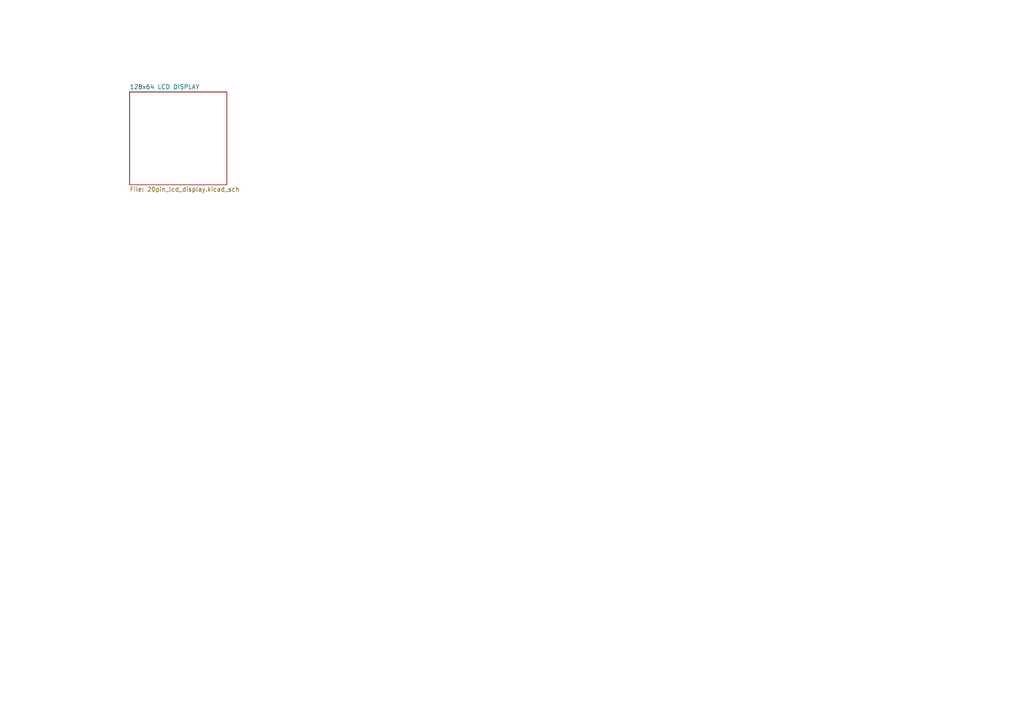
<source format=kicad_sch>
(kicad_sch
	(version 20250114)
	(generator "eeschema")
	(generator_version "9.0")
	(uuid "65ff9657-6a89-401d-bbff-e12d17983abd")
	(paper "A4")
	(lib_symbols)
	(sheet
		(at 37.592 26.67)
		(size 28.194 26.924)
		(exclude_from_sim no)
		(in_bom yes)
		(on_board yes)
		(dnp no)
		(fields_autoplaced yes)
		(stroke
			(width 0.1524)
			(type solid)
		)
		(fill
			(color 0 0 0 0.0000)
		)
		(uuid "a7c53ce0-962f-4511-8932-6142772468b2")
		(property "Sheetname" "128x64 LCD DISPLAY"
			(at 37.592 25.9584 0)
			(effects
				(font
					(size 1.27 1.27)
				)
				(justify left bottom)
			)
		)
		(property "Sheetfile" "20pin_lcd_display.kicad_sch"
			(at 37.592 54.1786 0)
			(effects
				(font
					(size 1.27 1.27)
				)
				(justify left top)
			)
		)
		(instances
			(project "lcd_display"
				(path "/65ff9657-6a89-401d-bbff-e12d17983abd"
					(page "2")
				)
			)
		)
	)
	(sheet_instances
		(path "/"
			(page "1")
		)
	)
	(embedded_fonts no)
)

</source>
